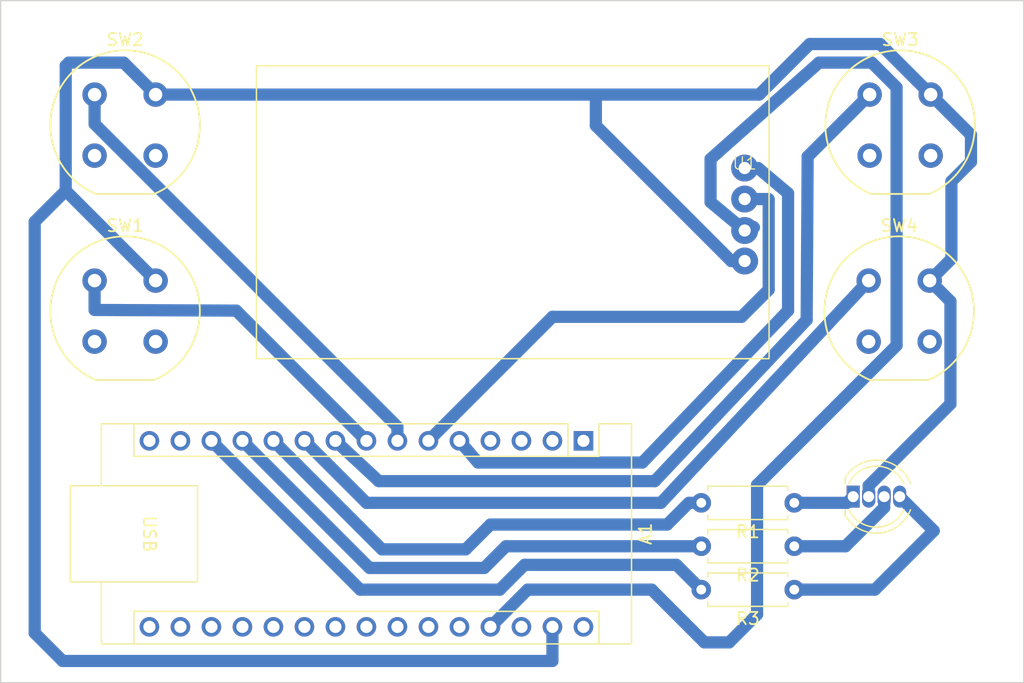
<source format=kicad_pcb>
(kicad_pcb (version 20221018) (generator pcbnew)
  (layers (0 "F.Cu" signal) (31 "B.Cu" signal) (34 "B.Paste" user) (35 "F.Paste" user) (36 "B.SilkS" user "B.Silkscreen") (37 "F.SilkS" user "F.Silkscreen") (38 "B.Mask" user) (39 "F.Mask" user) (44 "Edge.Cuts" user))
  (net 0 "")
  (net 4 "GND")
  (net 5 "Net-(A1-D2)")
  (net 6 "Net-(A1-D3)")
  (net 7 "Net-(A1-D4)")
  (net 8 "Net-(A1-D5)")
  (net 9 "Net-(A1-D6)")
  (net 10 "Net-(A1-D7)")
  (net 11 "Net-(A1-D8)")
  (net 12 "Net-(A1-D9)")
  (net 13 "Net-(A1-D10)")
  (net 27 "+5V")
  (net 30 "Net-(D1-BA)")
  (net 31 "Net-(D1-RA)")
  (net 32 "Net-(D1-GA)")
  (footprint "Resistor_THT:R_Axial_DIN0207_L6.3mm_D2.5mm_P7.62mm_Horizontal" (layer "F.Cu") (at 169.164 120.904 180)
    (fp_text reference "R2" (at 3.81 -2.37) (layer "F.SilkS"))
    (fp_text value "220R")
    (fp_line (start 0.54 -1.37) (end 7.08 -1.37) (stroke (width 0.12)) (layer "F.SilkS"))
    (fp_line (start 0.54 -1.04) (end 0.54 -1.37) (stroke (width 0.12)) (layer "F.SilkS"))
    (fp_line (start 0.54 1.04) (end 0.54 1.37) (stroke (width 0.12)) (layer "F.SilkS"))
    (fp_line (start 0.54 1.37) (end 7.08 1.37) (stroke (width 0.12)) (layer "F.SilkS"))
    (fp_line (start 7.08 -1.37) (end 7.08 -1.04) (stroke (width 0.12)) (layer "F.SilkS"))
    (fp_line (start 7.08 1.37) (end 7.08 1.04) (stroke (width 0.12)) (layer "F.SilkS"))
    (pad "1" thru_hole circle (at 0 0 180) (size 1.6 1.6) (drill 0.8) (layers "*.Cu" "*.Mask") (net 32 "Net-(D1-GA)"))
    (pad "2" thru_hole oval (at 7.62 0 180) (size 1.6 1.6) (drill 0.8) (layers "*.Cu" "*.Mask") (net 12 "Net-(A1-D9)"))
  )
  (footprint "LED_THT:LED_D5.0mm-4_RGB" (layer "F.Cu") (at 173.99 116.84)
    (fp_text reference "D1" hide)
    (fp_text value "LED_RKGB")
    (fp_line (start -0.655 -1.545) (end -0.655 -1.08) (stroke (width 0.12)) (layer "F.SilkS"))
    (fp_line (start -0.655 1.08) (end -0.655 1.545) (stroke (width 0.12)) (layer "F.SilkS"))
    (fp_arc (start -0.655 -1.54483) (mid 2.163456 -2.978809) (end 4.692815 -1.080827) (stroke (width 0.12)) (layer "F.SilkS"))
    (fp_arc (start -0.349684 -1.08) (mid 1.904762 -2.5) (end 4.159479 -1.080429) (stroke (width 0.12)) (layer "F.SilkS"))
    (fp_arc (start 4.159479 1.080429) (mid 1.904762 2.5) (end -0.349684 1.08) (stroke (width 0.12)) (layer "F.SilkS"))
    (fp_arc (start 4.692815 1.080827) (mid 2.163456 2.978808) (end -0.655 1.54483) (stroke (width 0.12)) (layer "F.SilkS"))
    (pad "1" thru_hole rect (at 0 0) (size 1.07 1.8) (drill 0.9) (layers "*.Cu" "*.Mask") (net 31 "Net-(D1-RA)"))
    (pad "2" thru_hole oval (at 1.27 0) (size 1.07 1.8) (drill 0.9) (layers "*.Cu" "*.Mask") (net 4 "GND"))
    (pad "3" thru_hole oval (at 2.54 0) (size 1.07 1.8) (drill 0.9) (layers "*.Cu" "*.Mask") (net 32 "Net-(D1-GA)"))
    (pad "4" thru_hole oval (at 3.81 0) (size 1.07 1.8) (drill 0.9) (layers "*.Cu" "*.Mask") (net 30 "Net-(D1-BA)"))
  )
  (footprint "TM1637:TM1637" (layer "F.Cu") (at 167.1 81.536)
    (fp_text reference "U1" (at -2 8 unlocked) (layer "F.SilkS") (effects (font (thickness 0.1))))
    (fp_text value "~")
    (fp_rect (start 0 0) (end -42 24) (stroke (width 0.12)) (fill none) (layer "F.SilkS"))
    (pad "1" thru_hole circle (at -2 8.382) (size 2.2 2.2) (drill 1) (layers "*.Cu" "*.Mask") (net 5 "Net-(A1-D2)"))
    (pad "2" thru_hole circle (at -2 10.922) (size 2.2 2.2) (drill 1) (layers "*.Cu" "*.Mask") (net 6 "Net-(A1-D3)"))
    (pad "3" thru_hole circle (at -2 13.5) (size 2.2 2.2) (drill 1) (layers "*.Cu" "*.Mask") (net 27 "+5V"))
    (pad "4" thru_hole circle (at -2 16) (size 2.2 2.2) (drill 1) (layers "*.Cu" "*.Mask") (net 4 "GND"))
  )
  (footprint "Resistor_THT:R_Axial_DIN0207_L6.3mm_D2.5mm_P7.62mm_Horizontal" (layer "F.Cu") (at 169.164 117.348 180)
    (fp_text reference "R1" (at 3.81 -2.37) (layer "F.SilkS"))
    (fp_text value "220R")
    (fp_line (start 0.54 -1.37) (end 7.08 -1.37) (stroke (width 0.12)) (layer "F.SilkS"))
    (fp_line (start 0.54 -1.04) (end 0.54 -1.37) (stroke (width 0.12)) (layer "F.SilkS"))
    (fp_line (start 0.54 1.04) (end 0.54 1.37) (stroke (width 0.12)) (layer "F.SilkS"))
    (fp_line (start 0.54 1.37) (end 7.08 1.37) (stroke (width 0.12)) (layer "F.SilkS"))
    (fp_line (start 7.08 -1.37) (end 7.08 -1.04) (stroke (width 0.12)) (layer "F.SilkS"))
    (fp_line (start 7.08 1.37) (end 7.08 1.04) (stroke (width 0.12)) (layer "F.SilkS"))
    (pad "1" thru_hole circle (at 0 0 180) (size 1.6 1.6) (drill 0.8) (layers "*.Cu" "*.Mask") (net 31 "Net-(D1-RA)"))
    (pad "2" thru_hole oval (at 7.62 0 180) (size 1.6 1.6) (drill 0.8) (layers "*.Cu" "*.Mask") (net 11 "Net-(A1-D8)"))
  )
  (footprint "Button_Switch_THT:Push_E-Switch_KS01Q01" (layer "F.Cu") (at 175.26 99.14)
    (fp_text reference "SW4" (at 2.5 -4.5) (layer "F.SilkS"))
    (fp_text value "BTNShow")
    (fp_line (start 4.89 8.14) (end 0.11 8.14) (stroke (width 0.15)) (layer "F.SilkS"))
    (fp_arc (start 0.11 8.14) (mid 2.496283 -3.625495) (end 4.896843 8.137095) (stroke (width 0.15)) (layer "F.SilkS"))
    (pad "1" thru_hole circle (at 0 0) (size 2 2) (drill 1.1) (layers "*.Cu" "*.Mask") (net 10 "Net-(A1-D7)"))
    (pad "2" thru_hole circle (at 5 0) (size 2 2) (drill 1.1) (layers "*.Cu" "*.Mask") (net 4 "GND"))
    (pad "3" thru_hole circle (at 0 5) (size 2 2) (drill 1.1) (layers "*.Cu" "*.Mask"))
    (pad "4" thru_hole circle (at 5 5) (size 2 2) (drill 1.1) (layers "*.Cu" "*.Mask"))
  )
  (footprint "Resistor_THT:R_Axial_DIN0207_L6.3mm_D2.5mm_P7.62mm_Horizontal" (layer "F.Cu") (at 169.164 124.46 180)
    (fp_text reference "R3" (at 3.81 -2.37) (layer "F.SilkS"))
    (fp_text value "220R")
    (fp_line (start 0.54 -1.37) (end 7.08 -1.37) (stroke (width 0.12)) (layer "F.SilkS"))
    (fp_line (start 0.54 -1.04) (end 0.54 -1.37) (stroke (width 0.12)) (layer "F.SilkS"))
    (fp_line (start 0.54 1.04) (end 0.54 1.37) (stroke (width 0.12)) (layer "F.SilkS"))
    (fp_line (start 0.54 1.37) (end 7.08 1.37) (stroke (width 0.12)) (layer "F.SilkS"))
    (fp_line (start 7.08 -1.37) (end 7.08 -1.04) (stroke (width 0.12)) (layer "F.SilkS"))
    (fp_line (start 7.08 1.37) (end 7.08 1.04) (stroke (width 0.12)) (layer "F.SilkS"))
    (pad "1" thru_hole circle (at 0 0 180) (size 1.6 1.6) (drill 0.8) (layers "*.Cu" "*.Mask") (net 30 "Net-(D1-BA)"))
    (pad "2" thru_hole oval (at 7.62 0 180) (size 1.6 1.6) (drill 0.8) (layers "*.Cu" "*.Mask") (net 13 "Net-(A1-D10)"))
  )
  (footprint "Button_Switch_THT:Push_E-Switch_KS01Q01" (layer "F.Cu") (at 111.84 99.14)
    (fp_text reference "SW1" (at 2.5 -4.5) (layer "F.SilkS"))
    (fp_text value "BTNMinus")
    (fp_line (start 4.89 8.14) (end 0.11 8.14) (stroke (width 0.15)) (layer "F.SilkS"))
    (fp_arc (start 0.11 8.14) (mid 2.496283 -3.625495) (end 4.896843 8.137095) (stroke (width 0.15)) (layer "F.SilkS"))
    (pad "1" thru_hole circle (at 0 0) (size 2 2) (drill 1.1) (layers "*.Cu" "*.Mask") (net 8 "Net-(A1-D5)"))
    (pad "2" thru_hole circle (at 5 0) (size 2 2) (drill 1.1) (layers "*.Cu" "*.Mask") (net 4 "GND"))
    (pad "3" thru_hole circle (at 0 5) (size 2 2) (drill 1.1) (layers "*.Cu" "*.Mask"))
    (pad "4" thru_hole circle (at 5 5) (size 2 2) (drill 1.1) (layers "*.Cu" "*.Mask"))
  )
  (footprint "Module:Arduino_Nano" (layer "F.Cu") (at 151.892 112.268 -90)
    (fp_text reference "A1" (at 7.62 -5.08 90) (layer "F.SilkS"))
    (fp_text value "Arduino_Nano_v3.x")
    (fp_text user "USB" (at 7.62 35.56 -90 unlocked) (layer "F.SilkS"))
    (fp_line (start -1.4 -3.94) (end -1.4 -1.27) (stroke (width 0.12)) (layer "F.SilkS"))
    (fp_line (start -1.4 1.27) (end -1.4 39.5) (stroke (width 0.12)) (layer "F.SilkS"))
    (fp_line (start -1.4 39.5) (end 3.68 39.5) (stroke (width 0.12)) (layer "F.SilkS"))
    (fp_line (start 1.27 -1.27) (end -1.4 -1.27) (stroke (width 0.12)) (layer "F.SilkS"))
    (fp_line (start 1.27 1.27) (end -1.4 1.27) (stroke (width 0.12)) (layer "F.SilkS"))
    (fp_line (start 1.27 1.27) (end 1.27 -1.27) (stroke (width 0.12)) (layer "F.SilkS"))
    (fp_line (start 1.27 1.27) (end 1.27 36.83) (stroke (width 0.12)) (layer "F.SilkS"))
    (fp_line (start 1.27 36.83) (end -1.4 36.83) (stroke (width 0.12)) (layer "F.SilkS"))
    (fp_line (start 3.68 31.62) (end 11.56 31.62) (stroke (width 0.12)) (layer "F.SilkS"))
    (fp_line (start 3.68 42.04) (end 3.68 31.62) (stroke (width 0.12)) (layer "F.SilkS"))
    (fp_line (start 11.56 31.62) (end 11.56 42.04) (stroke (width 0.12)) (layer "F.SilkS"))
    (fp_line (start 11.56 42.04) (end 3.68 42.04) (stroke (width 0.12)) (layer "F.SilkS"))
    (fp_line (start 13.97 -1.27) (end 13.97 36.83) (stroke (width 0.12)) (layer "F.SilkS"))
    (fp_line (start 13.97 -1.27) (end 16.64 -1.27) (stroke (width 0.12)) (layer "F.SilkS"))
    (fp_line (start 13.97 36.83) (end 16.64 36.83) (stroke (width 0.12)) (layer "F.SilkS"))
    (fp_line (start 16.64 -3.94) (end -1.4 -3.94) (stroke (width 0.12)) (layer "F.SilkS"))
    (fp_line (start 16.64 39.5) (end 11.56 39.5) (stroke (width 0.12)) (layer "F.SilkS"))
    (fp_line (start 16.64 39.5) (end 16.64 -3.94) (stroke (width 0.12)) (layer "F.SilkS"))
    (pad "1" thru_hole rect (at 0 0 270) (size 1.6 1.6) (drill 1) (layers "*.Cu" "*.Mask"))
    (pad "2" thru_hole oval (at 0 2.54 270) (size 1.6 1.6) (drill 1) (layers "*.Cu" "*.Mask"))
    (pad "3" thru_hole oval (at 0 5.08 270) (size 1.6 1.6) (drill 1) (layers "*.Cu" "*.Mask"))
    (pad "4" thru_hole oval (at 0 7.62 270) (size 1.6 1.6) (drill 1) (layers "*.Cu" "*.Mask") (net 4 "GND"))
    (pad "5" thru_hole oval (at 0 10.16 270) (size 1.6 1.6) (drill 1) (layers "*.Cu" "*.Mask") (net 5 "Net-(A1-D2)"))
    (pad "6" thru_hole oval (at 0 12.7 270) (size 1.6 1.6) (drill 1) (layers "*.Cu" "*.Mask") (net 6 "Net-(A1-D3)"))
    (pad "7" thru_hole oval (at 0 15.24 270) (size 1.6 1.6) (drill 1) (layers "*.Cu" "*.Mask") (net 7 "Net-(A1-D4)"))
    (pad "8" thru_hole oval (at 0 17.78 270) (size 1.6 1.6) (drill 1) (layers "*.Cu" "*.Mask") (net 8 "Net-(A1-D5)"))
    (pad "9" thru_hole oval (at 0 20.32 270) (size 1.6 1.6) (drill 1) (layers "*.Cu" "*.Mask") (net 9 "Net-(A1-D6)"))
    (pad "10" thru_hole oval (at 0 22.86 270) (size 1.6 1.6) (drill 1) (layers "*.Cu" "*.Mask") (net 10 "Net-(A1-D7)"))
    (pad "11" thru_hole oval (at 0 25.4 270) (size 1.6 1.6) (drill 1) (layers "*.Cu" "*.Mask") (net 11 "Net-(A1-D8)"))
    (pad "12" thru_hole oval (at 0 27.94 270) (size 1.6 1.6) (drill 1) (layers "*.Cu" "*.Mask") (net 12 "Net-(A1-D9)"))
    (pad "13" thru_hole oval (at 0 30.48 270) (size 1.6 1.6) (drill 1) (layers "*.Cu" "*.Mask") (net 13 "Net-(A1-D10)"))
    (pad "14" thru_hole oval (at 0 33.02 270) (size 1.6 1.6) (drill 1) (layers "*.Cu" "*.Mask"))
    (pad "15" thru_hole oval (at 0 35.56 270) (size 1.6 1.6) (drill 1) (layers "*.Cu" "*.Mask"))
    (pad "16" thru_hole oval (at 15.24 35.56 270) (size 1.6 1.6) (drill 1) (layers "*.Cu" "*.Mask"))
    (pad "17" thru_hole oval (at 15.24 33.02 270) (size 1.6 1.6) (drill 1) (layers "*.Cu" "*.Mask"))
    (pad "18" thru_hole oval (at 15.24 30.48 270) (size 1.6 1.6) (drill 1) (layers "*.Cu" "*.Mask"))
    (pad "19" thru_hole oval (at 15.24 27.94 270) (size 1.6 1.6) (drill 1) (layers "*.Cu" "*.Mask"))
    (pad "20" thru_hole oval (at 15.24 25.4 270) (size 1.6 1.6) (drill 1) (layers "*.Cu" "*.Mask"))
    (pad "21" thru_hole oval (at 15.24 22.86 270) (size 1.6 1.6) (drill 1) (layers "*.Cu" "*.Mask"))
    (pad "22" thru_hole oval (at 15.24 20.32 270) (size 1.6 1.6) (drill 1) (layers "*.Cu" "*.Mask"))
    (pad "23" thru_hole oval (at 15.24 17.78 270) (size 1.6 1.6) (drill 1) (layers "*.Cu" "*.Mask"))
    (pad "24" thru_hole oval (at 15.24 15.24 270) (size 1.6 1.6) (drill 1) (layers "*.Cu" "*.Mask"))
    (pad "25" thru_hole oval (at 15.24 12.7 270) (size 1.6 1.6) (drill 1) (layers "*.Cu" "*.Mask"))
    (pad "26" thru_hole oval (at 15.24 10.16 270) (size 1.6 1.6) (drill 1) (layers "*.Cu" "*.Mask"))
    (pad "27" thru_hole oval (at 15.24 7.62 270) (size 1.6 1.6) (drill 1) (layers "*.Cu" "*.Mask") (net 27 "+5V"))
    (pad "28" thru_hole oval (at 15.24 5.08 270) (size 1.6 1.6) (drill 1) (layers "*.Cu" "*.Mask"))
    (pad "29" thru_hole oval (at 15.24 2.54 270) (size 1.6 1.6) (drill 1) (layers "*.Cu" "*.Mask") (net 4 "GND"))
    (pad "30" thru_hole oval (at 15.24 0 270) (size 1.6 1.6) (drill 1) (layers "*.Cu" "*.Mask"))
  )
  (footprint "Button_Switch_THT:Push_E-Switch_KS01Q01" (layer "F.Cu") (at 111.84 83.9)
    (fp_text reference "SW2" (at 2.5 -4.5) (layer "F.SilkS"))
    (fp_text value "BTNPlus")
    (fp_line (start 4.89 8.14) (end 0.11 8.14) (stroke (width 0.15)) (layer "F.SilkS"))
    (fp_arc (start 0.11 8.14) (mid 2.496283 -3.625495) (end 4.896843 8.137095) (stroke (width 0.15)) (layer "F.SilkS"))
    (pad "1" thru_hole circle (at 0 0) (size 2 2) (drill 1.1) (layers "*.Cu" "*.Mask") (net 7 "Net-(A1-D4)"))
    (pad "2" thru_hole circle (at 5 0) (size 2 2) (drill 1.1) (layers "*.Cu" "*.Mask") (net 4 "GND"))
    (pad "3" thru_hole circle (at 0 5) (size 2 2) (drill 1.1) (layers "*.Cu" "*.Mask"))
    (pad "4" thru_hole circle (at 5 5) (size 2 2) (drill 1.1) (layers "*.Cu" "*.Mask"))
  )
  (footprint "Button_Switch_THT:Push_E-Switch_KS01Q01" (layer "F.Cu") (at 175.34 83.9)
    (fp_text reference "SW3" (at 2.5 -4.5) (layer "F.SilkS"))
    (fp_text value "BTNSet")
    (fp_line (start 4.89 8.14) (end 0.11 8.14) (stroke (width 0.15)) (layer "F.SilkS"))
    (fp_arc (start 0.11 8.14) (mid 2.496283 -3.625495) (end 4.896843 8.137095) (stroke (width 0.15)) (layer "F.SilkS"))
    (pad "1" thru_hole circle (at 0 0) (size 2 2) (drill 1.1) (layers "*.Cu" "*.Mask") (net 9 "Net-(A1-D6)"))
    (pad "2" thru_hole circle (at 5 0) (size 2 2) (drill 1.1) (layers "*.Cu" "*.Mask") (net 4 "GND"))
    (pad "3" thru_hole circle (at 0 5) (size 2 2) (drill 1.1) (layers "*.Cu" "*.Mask"))
    (pad "4" thru_hole circle (at 5 5) (size 2 2) (drill 1.1) (layers "*.Cu" "*.Mask"))
  )
  (gr_rect (start 104.14 76.2) (end 187.96 132.08) (stroke (width 0.1)) (fill none) (layer "Edge.Cuts"))
  (segment (start 106.934 94.314) (end 109.474 91.774) (width 1) (layer "B.Cu") (net 4))
  (segment (start 149.352 130.302) (end 109.22 130.302) (width 1) (layer "B.Cu") (net 4))
  (segment (start 109.474 81.534) (end 109.474 91.774) (width 1) (layer "B.Cu") (net 4))
  (segment (start 175.26 115.943744) (end 181.96 109.243744) (width 1) (layer "B.Cu") (net 4))
  (segment (start 181.96 109.243744) (end 181.96 100.84) (width 1) (layer "B.Cu") (net 4))
  (segment (start 176.196 79.756) (end 180.34 83.9) (width 1) (layer "B.Cu") (net 4))
  (segment (start 182.04 97.36) (end 182.04 91.01) (width 1) (layer "B.Cu") (net 4))
  (segment (start 170.434 79.756) (end 176.196 79.756) (width 1) (layer "B.Cu") (net 4))
  (segment (start 116.84 83.9) (end 114.22 81.28) (width 1) (layer "B.Cu") (net 4))
  (segment (start 152.908 86.444) (end 152.908 84.154) (width 1) (layer "B.Cu") (net 4))
  (segment (start 175.26 116.84) (end 175.26 115.943744) (width 1) (layer "B.Cu") (net 4))
  (segment (start 183.642 89.408) (end 183.642 87.202) (width 1) (layer "B.Cu") (net 4))
  (segment (start 109.22 130.302) (end 106.934 128.016) (width 1) (layer "B.Cu") (net 4))
  (segment (start 166.29 83.9) (end 170.434 79.756) (width 1) (layer "B.Cu") (net 4))
  (segment (start 116.84 83.9) (end 152.654 83.9) (width 1) (layer "B.Cu") (net 4))
  (segment (start 180.26 99.14) (end 182.04 97.36) (width 1) (layer "B.Cu") (net 4))
  (segment (start 149.352 127.508) (end 149.352 130.302) (width 1) (layer "B.Cu") (net 4))
  (segment (start 114.22 81.28) (end 109.728 81.28) (width 1) (layer "B.Cu") (net 4))
  (segment (start 164 97.536) (end 152.908 86.444) (width 1) (layer "B.Cu") (net 4))
  (segment (start 109.474 91.774) (end 116.84 99.14) (width 1) (layer "B.Cu") (net 4))
  (segment (start 182.04 91.01) (end 183.642 89.408) (width 1) (layer "B.Cu") (net 4))
  (segment (start 106.934 128.016) (end 106.934 94.314) (width 1) (layer "B.Cu") (net 4))
  (segment (start 152.908 84.154) (end 152.654 83.9) (width 1) (layer "B.Cu") (net 4))
  (segment (start 165.1 97.536) (end 164 97.536) (width 1) (layer "B.Cu") (net 4))
  (segment (start 181.96 100.84) (end 180.26 99.14) (width 1) (layer "B.Cu") (net 4))
  (segment (start 152.654 83.9) (end 166.29 83.9) (width 1) (layer "B.Cu") (net 4))
  (segment (start 183.642 87.202) (end 180.34 83.9) (width 1) (layer "B.Cu") (net 4))
  (segment (start 109.728 81.28) (end 109.474 81.534) (width 1) (layer "B.Cu") (net 4))
  (segment (start 166.2 89.918) (end 168.656 91.986944) (width 1) (layer "B.Cu") (net 5))
  (segment (start 143.256 114.046) (end 141.732 112.268) (width 1) (layer "B.Cu") (net 5))
  (segment (start 168.656 91.986944) (end 168.656 101.6) (width 1) (layer "B.Cu") (net 5))
  (segment (start 156.718 114.046) (end 143.256 114.046) (width 1) (layer "B.Cu") (net 5))
  (segment (start 168.656 101.6) (end 156.718 114.046) (width 1) (layer "B.Cu") (net 5))
  (segment (start 165.1 89.918) (end 166.2 89.918) (width 1) (layer "B.Cu") (net 5))
  (segment (start 139.192 112.268) (end 149.352 102.108) (width 1) (layer "B.Cu") (net 6))
  (segment (start 149.352 102.108) (end 164.846 102.108) (width 1) (layer "B.Cu") (net 6))
  (segment (start 167.068944 92.484) (end 167.042944 92.458) (width 1) (layer "B.Cu") (net 6))
  (segment (start 167.042944 92.458) (end 165.1 92.458) (width 1) (layer "B.Cu") (net 6))
  (segment (start 164.846 102.108) (end 167.068944 99.885056) (width 1) (layer "B.Cu") (net 6))
  (segment (start 167.068944 99.885056) (end 167.068944 92.484) (width 1) (layer "B.Cu") (net 6))
  (segment (start 111.84 83.9) (end 111.84 86.304164) (width 1) (layer "B.Cu") (net 7))
  (segment (start 136.652 111.116164) (end 136.652 112.268) (width 1) (layer "B.Cu") (net 7))
  (segment (start 111.84 86.304164) (end 136.652 111.116164) (width 1) (layer "B.Cu") (net 7))
  (segment (start 134.112 112.268) (end 123.444 101.6) (width 1) (layer "B.Cu") (net 8))
  (segment (start 123.444 101.6) (end 111.84 101.544164) (width 1) (layer "B.Cu") (net 8))
  (segment (start 111.84 101.544164) (end 111.84 99.14) (width 1) (layer "B.Cu") (net 8))
  (segment (start 175.34 83.9) (end 170.260472 88.979528) (width 1) (layer "B.Cu") (net 9))
  (segment (start 170.18 102.362) (end 157.734 115.57) (width 1) (layer "B.Cu") (net 9))
  (segment (start 157.734 115.57) (end 135.128 115.57) (width 1) (layer "B.Cu") (net 9))
  (segment (start 170.260472 88.979528) (end 170.18 102.362) (width 1) (layer "B.Cu") (net 9))
  (segment (start 135.128 115.57) (end 131.572 112.268) (width 1) (layer "B.Cu") (net 9))
  (segment (start 175.26 99.14) (end 158.242 117.348) (width 1) (layer "B.Cu") (net 10))
  (segment (start 158.242 117.348) (end 134.112 117.348) (width 1) (layer "B.Cu") (net 10))
  (segment (start 134.112 117.348) (end 129.032 112.268) (width 1) (layer "B.Cu") (net 10))
  (segment (start 126.492 112.268) (end 135.382 121.158) (width 1) (layer "B.Cu") (net 11))
  (segment (start 142.24 121.158) (end 144.272 119.126) (width 1) (layer "B.Cu") (net 11))
  (segment (start 135.382 121.158) (end 142.24 121.158) (width 1) (layer "B.Cu") (net 11))
  (segment (start 160.528 117.348) (end 161.544 117.348) (width 1) (layer "B.Cu") (net 11))
  (segment (start 144.272 119.126) (end 158.75 119.126) (width 1) (layer "B.Cu") (net 11))
  (segment (start 158.75 119.126) (end 160.528 117.348) (width 1) (layer "B.Cu") (net 11))
  (segment (start 143.764 122.682) (end 145.542 120.904) (width 1) (layer "B.Cu") (net 12))
  (segment (start 123.952 112.268) (end 134.366 122.682) (width 1) (layer "B.Cu") (net 12))
  (segment (start 134.366 122.682) (end 143.764 122.682) (width 1) (layer "B.Cu") (net 12))
  (segment (start 145.542 120.904) (end 161.544 120.904) (width 1) (layer "B.Cu") (net 12))
  (segment (start 121.412 112.268) (end 133.604 124.46) (width 1) (layer "B.Cu") (net 13))
  (segment (start 159.512 122.428) (end 161.544 124.46) (width 1) (layer "B.Cu") (net 13))
  (segment (start 133.604 124.46) (end 145.034 124.46) (width 1) (layer "B.Cu") (net 13))
  (segment (start 147.066 122.428) (end 159.512 122.428) (width 1) (layer "B.Cu") (net 13))
  (segment (start 145.034 124.46) (end 147.066 122.428) (width 1) (layer "B.Cu") (net 13))
  (segment (start 166.116 115.879836) (end 177.546 104.449836) (width 1) (layer "B.Cu") (net 27))
  (segment (start 157.48 124.46) (end 161.798 128.778) (width 1) (layer "B.Cu") (net 27))
  (segment (start 165.822 94.742) (end 165.862 94.782) (width 1) (layer "B.Cu") (net 27))
  (segment (start 161.798 128.778) (end 163.83 128.778) (width 1) (layer "B.Cu") (net 27))
  (segment (start 162.306 89.174074) (end 162.306 92.71) (width 1) (layer "B.Cu") (net 27))
  (segment (start 163.83 128.778) (end 166.116 126.492) (width 1) (layer "B.Cu") (net 27))
  (segment (start 177.546 83.312) (end 175.514 81.28) (width 1) (layer "B.Cu") (net 27))
  (segment (start 162.306 92.71) (end 165.1 95.036) (width 1) (layer "B.Cu") (net 27))
  (segment (start 166.116 126.492) (end 166.116 115.879836) (width 1) (layer "B.Cu") (net 27))
  (segment (start 175.514 81.28) (end 171.194074 81.28) (width 1) (layer "B.Cu") (net 27))
  (segment (start 144.272 127.508) (end 147.32 124.46) (width 1) (layer "B.Cu") (net 27))
  (segment (start 177.546 104.449836) (end 177.546 83.312) (width 1) (layer "B.Cu") (net 27))
  (segment (start 147.32 124.46) (end 157.48 124.46) (width 1) (layer "B.Cu") (net 27))
  (segment (start 171.194074 81.28) (end 162.306 89.174074) (width 1) (layer "B.Cu") (net 27))
  (segment (start 175.768 124.46) (end 180.594 119.634) (width 1) (layer "B.Cu") (net 30))
  (segment (start 180.594 119.634) (end 177.8 116.84) (width 1) (layer "B.Cu") (net 30))
  (segment (start 169.164 124.46) (end 175.768 124.46) (width 1) (layer "B.Cu") (net 30))
  (segment (start 169.164 117.348) (end 173.482 117.348) (width 1) (layer "B.Cu") (net 31))
  (segment (start 173.482 117.348) (end 173.99 116.84) (width 1) (layer "B.Cu") (net 31))
  (segment (start 169.164 120.904) (end 173.362256 120.904) (width 1) (layer "B.Cu") (net 32))
  (segment (start 176.53 117.736256) (end 176.53 116.84) (width 1) (layer "B.Cu") (net 32))
  (segment (start 173.362256 120.904) (end 176.53 117.736256) (width 1) (layer "B.Cu") (net 32))
)
</source>
